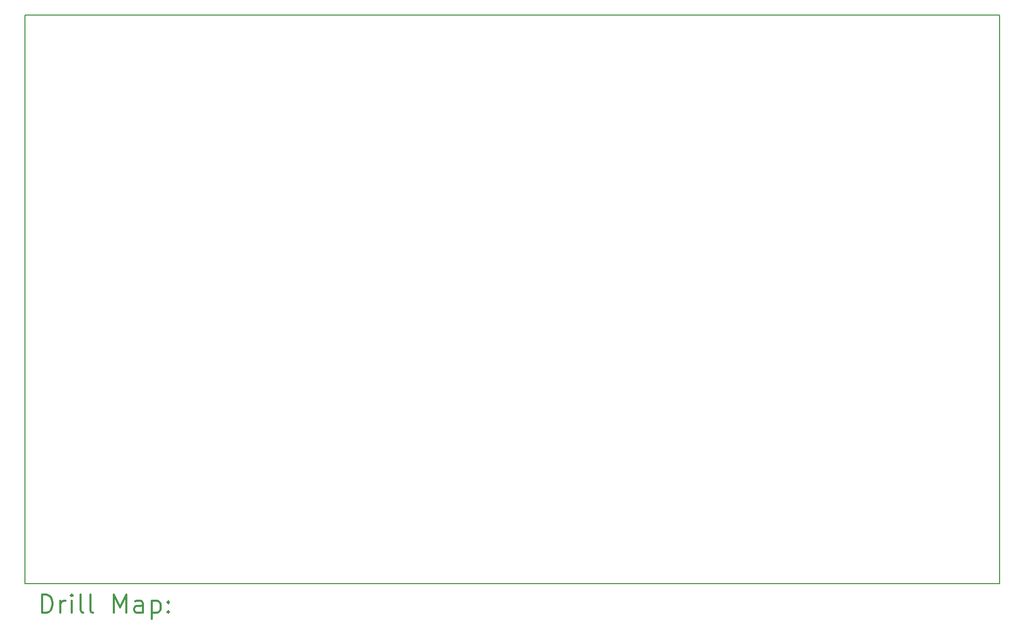
<source format=gbr>
%FSLAX45Y45*%
G04 Gerber Fmt 4.5, Leading zero omitted, Abs format (unit mm)*
G04 Created by KiCad (PCBNEW 5.1.10) date 2021-11-15 11:07:09*
%MOMM*%
%LPD*%
G01*
G04 APERTURE LIST*
%TA.AperFunction,Profile*%
%ADD10C,0.150000*%
%TD*%
%ADD11C,0.200000*%
%ADD12C,0.300000*%
G04 APERTURE END LIST*
D10*
X19939000Y-6096000D02*
X19939000Y-15367000D01*
X4064000Y-15367000D02*
X4064000Y-6096000D01*
X19939000Y-15367000D02*
X4064000Y-15367000D01*
X4064000Y-6096000D02*
X19939000Y-6096000D01*
D11*
D12*
X4342928Y-15840214D02*
X4342928Y-15540214D01*
X4414357Y-15540214D01*
X4457214Y-15554500D01*
X4485786Y-15583071D01*
X4500071Y-15611643D01*
X4514357Y-15668786D01*
X4514357Y-15711643D01*
X4500071Y-15768786D01*
X4485786Y-15797357D01*
X4457214Y-15825929D01*
X4414357Y-15840214D01*
X4342928Y-15840214D01*
X4642928Y-15840214D02*
X4642928Y-15640214D01*
X4642928Y-15697357D02*
X4657214Y-15668786D01*
X4671500Y-15654500D01*
X4700071Y-15640214D01*
X4728643Y-15640214D01*
X4828643Y-15840214D02*
X4828643Y-15640214D01*
X4828643Y-15540214D02*
X4814357Y-15554500D01*
X4828643Y-15568786D01*
X4842928Y-15554500D01*
X4828643Y-15540214D01*
X4828643Y-15568786D01*
X5014357Y-15840214D02*
X4985786Y-15825929D01*
X4971500Y-15797357D01*
X4971500Y-15540214D01*
X5171500Y-15840214D02*
X5142928Y-15825929D01*
X5128643Y-15797357D01*
X5128643Y-15540214D01*
X5514357Y-15840214D02*
X5514357Y-15540214D01*
X5614357Y-15754500D01*
X5714357Y-15540214D01*
X5714357Y-15840214D01*
X5985786Y-15840214D02*
X5985786Y-15683071D01*
X5971500Y-15654500D01*
X5942928Y-15640214D01*
X5885786Y-15640214D01*
X5857214Y-15654500D01*
X5985786Y-15825929D02*
X5957214Y-15840214D01*
X5885786Y-15840214D01*
X5857214Y-15825929D01*
X5842928Y-15797357D01*
X5842928Y-15768786D01*
X5857214Y-15740214D01*
X5885786Y-15725929D01*
X5957214Y-15725929D01*
X5985786Y-15711643D01*
X6128643Y-15640214D02*
X6128643Y-15940214D01*
X6128643Y-15654500D02*
X6157214Y-15640214D01*
X6214357Y-15640214D01*
X6242928Y-15654500D01*
X6257214Y-15668786D01*
X6271500Y-15697357D01*
X6271500Y-15783071D01*
X6257214Y-15811643D01*
X6242928Y-15825929D01*
X6214357Y-15840214D01*
X6157214Y-15840214D01*
X6128643Y-15825929D01*
X6400071Y-15811643D02*
X6414357Y-15825929D01*
X6400071Y-15840214D01*
X6385786Y-15825929D01*
X6400071Y-15811643D01*
X6400071Y-15840214D01*
X6400071Y-15654500D02*
X6414357Y-15668786D01*
X6400071Y-15683071D01*
X6385786Y-15668786D01*
X6400071Y-15654500D01*
X6400071Y-15683071D01*
M02*

</source>
